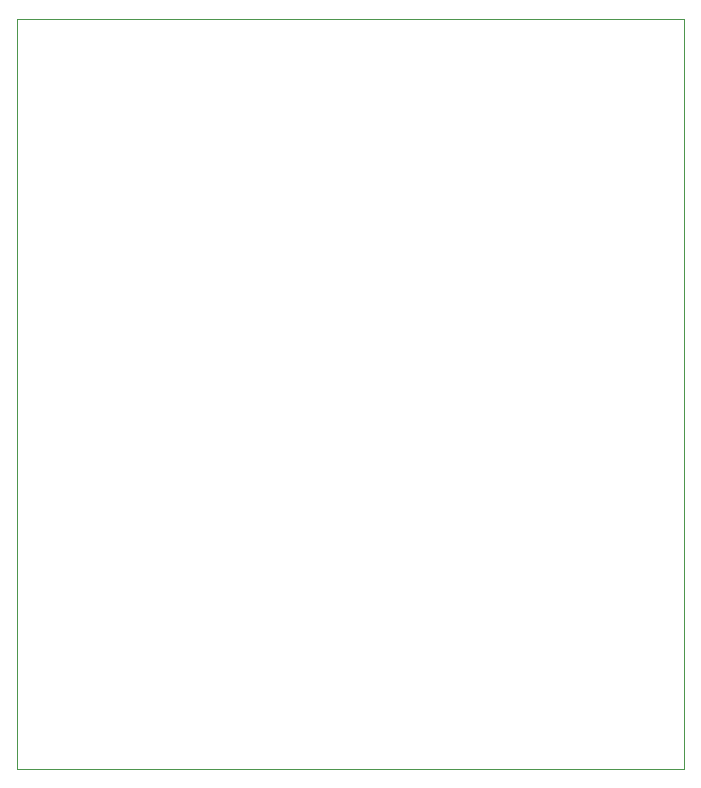
<source format=gbr>
%TF.GenerationSoftware,KiCad,Pcbnew,(5.1.10)-1*%
%TF.CreationDate,2021-11-02T23:54:37+01:00*%
%TF.ProjectId,Board0,426f6172-6430-42e6-9b69-6361645f7063,rev?*%
%TF.SameCoordinates,Original*%
%TF.FileFunction,Profile,NP*%
%FSLAX46Y46*%
G04 Gerber Fmt 4.6, Leading zero omitted, Abs format (unit mm)*
G04 Created by KiCad (PCBNEW (5.1.10)-1) date 2021-11-02 23:54:37*
%MOMM*%
%LPD*%
G01*
G04 APERTURE LIST*
%TA.AperFunction,Profile*%
%ADD10C,0.050000*%
%TD*%
G04 APERTURE END LIST*
D10*
X79500000Y-91500000D02*
X81000000Y-91500000D01*
X79500000Y-155000000D02*
X79500000Y-91500000D01*
X81000000Y-155000000D02*
X79500000Y-155000000D01*
X136000000Y-155000000D02*
X81000000Y-155000000D01*
X136000000Y-151500000D02*
X136000000Y-155000000D01*
X136000000Y-91500000D02*
X136000000Y-151500000D01*
X81000000Y-91500000D02*
X136000000Y-91500000D01*
M02*

</source>
